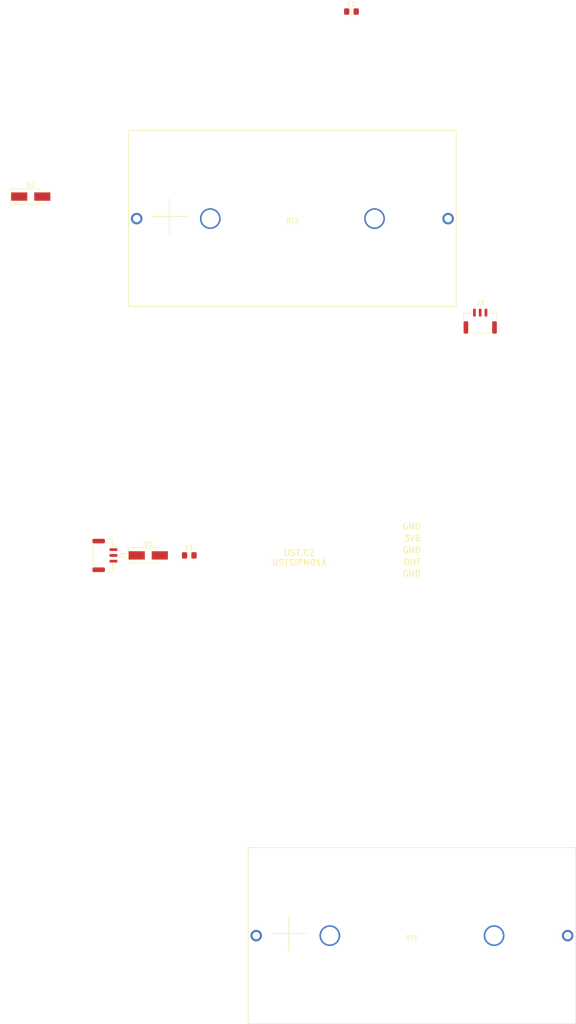
<source format=kicad_pcb>
(kicad_pcb (version 20211014) (generator pcbnew)
  (layers (0 "F.Cu" signal) (31 "B.Cu" signal) (34 "B.Paste" user) (35 "F.Paste" user) (36 "B.SilkS" user "B.Silkscreen") (37 "F.SilkS" user "F.Silkscreen") (38 "B.Mask" user) (39 "F.Mask" user) (44 "Edge.Cuts" user))
  (net 0 "")
  (net 1 "Net-(BT1-Pad1)")
  (net 2 "GND")
  (net 3 "Net-(D1-Pad1)")
  (net 4 "Net-(D1-Pad2)")
  (net 5 "Net-(BT2-Pad1)")
  (net 6 "Net-(D2-Pad2)")
  (footprint "Mlab_Batery:BX0037" (layer "F.Cu") (at 51.816 75.946)
    (fp_text reference "BT1" (at 0 0.5) (layer "F.SilkS"))
    (fp_text value "BX0037")
    (fp_text user "+" (at -26.67 -1.27) (layer "F.SilkS") (effects (font (size 10 10))))
    (fp_line (start 35.5 -19.05) (end 35.5 19.05) (layer "F.SilkS") (width 0.15))
    (fp_line (start -35.5 19.05) (end 35.5 19.05) (layer "F.SilkS") (width 0.15))
    (fp_line (start -35.5 -19.05) (end 35.5 -19.05) (layer "F.SilkS") (width 0.15))
    (fp_line (start -35.5 -19.05) (end -35.5 19.05) (layer "F.SilkS") (width 0.15))
    (pad "" np_thru_hole circle locked (at -17.8 0) (size 4.5 4.5) (drill 3.8) (layers *.Cu *.Mask))
    (pad "" np_thru_hole circle locked (at 17.8 0) (size 4.5 4.5) (drill 3.8) (layers *.Cu *.Mask))
    (pad "1" thru_hole circle locked (at -33.75 0) (size 2.5 2.5) (drill 1.6) (layers *.Cu *.Mask) (net 1 "Net-(BT1-Pad1)"))
    (pad "2" thru_hole circle locked (at 33.75 0) (size 2.5 2.5) (drill 1.6) (layers *.Cu *.Mask) (net 2 "GND"))
  )
  (footprint "Connector_JST:JST_GH_SM03B-GHS-TB_1x03-1MP_P1.25mm_Horizontal" (layer "F.Cu") (at 66.608 -57.048)
    (fp_text reference "J2" (at 0 -3.9) (layer "F.SilkS"))
    (fp_text value "SM03B-GHS-TB")
    (fp_line (start -3.61 -1.71) (end -1.81 -1.71) (layer "F.SilkS") (width 0.12))
    (fp_line (start 3.61 -1.71) (end 1.81 -1.71) (layer "F.SilkS") (width 0.12))
    (fp_line (start 3.61 -0.26) (end 3.61 -1.71) (layer "F.SilkS") (width 0.12))
    (fp_line (start -3.61 -0.26) (end -3.61 -1.71) (layer "F.SilkS") (width 0.12))
    (fp_line (start -1.81 -1.71) (end -1.81 -2.7) (layer "F.SilkS") (width 0.12))
    (fp_line (start -2.34 2.56) (end 2.34 2.56) (layer "F.SilkS") (width 0.12))
    (pad "1" smd roundrect (at -1.25 -1.85) (size 0.6 1.7) (layers "F.Cu" "F.Paste" "F.Mask") (net 2 "GND"))
    (pad "2" smd roundrect (at 0 -1.85) (size 0.6 1.7) (layers "F.Cu" "F.Paste" "F.Mask") (net 3 "Net-(D1-Pad1)"))
    (pad "3" smd roundrect (at 1.25 -1.85) (size 0.6 1.7) (layers "F.Cu" "F.Paste" "F.Mask") (net 2 "GND"))
    (pad "MP" smd roundrect (at 3.1 1.35) (size 1 2.7) (layers "F.Cu" "F.Paste" "F.Mask") (net 2 "GND"))
    (pad "MP" smd roundrect (at -3.1 1.35) (size 1 2.7) (layers "F.Cu" "F.Paste" "F.Mask") (net 2 "GND"))
  )
  (footprint "Diode_SMD:D_SMA_Handsoldering" (layer "F.Cu") (at -30.796 -84.018)
    (fp_text reference "D2" (at 0 -2.5) (layer "F.SilkS"))
    (fp_text value "LSM115JE3/TR13")
    (fp_line (start -4.4 -1.65) (end -4.4 1.65) (layer "F.SilkS") (width 0.12))
    (fp_line (start -4.4 -1.65) (end 2.5 -1.65) (layer "F.SilkS") (width 0.12))
    (fp_line (start -4.4 1.65) (end 2.5 1.65) (layer "F.SilkS") (width 0.12))
    (pad "1" smd rect (at -2.5 0) (size 3.5 1.8) (layers "F.Cu" "F.Paste" "F.Mask") (net 3 "Net-(D1-Pad1)"))
    (pad "2" smd rect (at 2.5 0) (size 3.5 1.8) (layers "F.Cu" "F.Paste" "F.Mask") (net 6 "Net-(D2-Pad2)"))
  )
  (footprint "Fuse:Fuse_0805_2012Metric_Pad1.15x1.40mm_HandSolder" (layer "F.Cu") (at 3.556 -6.35)
    (fp_text reference "F1" (at 0 -1.65) (layer "F.SilkS"))
    (fp_text value "SR010-15")
    (fp_line (start -0.261252 -0.71) (end 0.261252 -0.71) (layer "F.SilkS") (width 0.12))
    (fp_line (start -0.261252 0.71) (end 0.261252 0.71) (layer "F.SilkS") (width 0.12))
    (pad "1" smd roundrect (at -1.025 0) (size 1.15 1.4) (layers "F.Cu" "F.Paste" "F.Mask") (roundrect_rratio 0.217391) (net 4 "Net-(D1-Pad2)"))
    (pad "2" smd roundrect (at 1.025 0) (size 1.15 1.4) (layers "F.Cu" "F.Paste" "F.Mask") (roundrect_rratio 0.217391) (net 1 "Net-(BT1-Pad1)"))
  )
  (footprint "Mlab_Batery:BX0037" (layer "F.Cu") (at 25.908 -79.248)
    (fp_text reference "BT2" (at 0 0.5) (layer "F.SilkS"))
    (fp_text value "BX0037")
    (fp_text user "+" (at -26.67 -1.27) (layer "F.SilkS") (effects (font (size 10 10))))
    (fp_line (start 35.5 -19.05) (end 35.5 19.05) (layer "F.SilkS") (width 0.15))
    (fp_line (start -35.5 19.05) (end 35.5 19.05) (layer "F.SilkS") (width 0.15))
    (fp_line (start -35.5 -19.05) (end -35.5 19.05) (layer "F.SilkS") (width 0.15))
    (fp_line (start -35.5 -19.05) (end 35.5 -19.05) (layer "F.SilkS") (width 0.15))
    (pad "" np_thru_hole circle locked (at 17.8 0) (size 4.5 4.5) (drill 3.8) (layers *.Cu *.Mask))
    (pad "" np_thru_hole circle locked (at -17.8 0) (size 4.5 4.5) (drill 3.8) (layers *.Cu *.Mask))
    (pad "1" thru_hole circle locked (at -33.75 0) (size 2.5 2.5) (drill 1.6) (layers *.Cu *.Mask) (net 5 "Net-(BT2-Pad1)"))
    (pad "2" thru_hole circle locked (at 33.75 0) (size 2.5 2.5) (drill 1.6) (layers *.Cu *.Mask) (net 2 "GND"))
  )
  (footprint "Diode_SMD:D_SMA_Handsoldering" (layer "F.Cu") (at -5.334 -6.35)
    (fp_text reference "D1" (at 0 -2.5) (layer "F.SilkS"))
    (fp_text value "LSM115JE3/TR13")
    (fp_line (start -4.4 1.65) (end 2.5 1.65) (layer "F.SilkS") (width 0.12))
    (fp_line (start -4.4 -1.65) (end -4.4 1.65) (layer "F.SilkS") (width 0.12))
    (fp_line (start -4.4 -1.65) (end 2.5 -1.65) (layer "F.SilkS") (width 0.12))
    (pad "1" smd rect (at -2.5 0) (size 3.5 1.8) (layers "F.Cu" "F.Paste" "F.Mask") (net 3 "Net-(D1-Pad1)"))
    (pad "2" smd rect (at 2.5 0) (size 3.5 1.8) (layers "F.Cu" "F.Paste" "F.Mask") (net 4 "Net-(D1-Pad2)"))
  )
  (footprint "Fuse:Fuse_0805_2012Metric_Pad1.15x1.40mm_HandSolder" (layer "F.Cu") (at 38.704 -124.068)
    (fp_text reference "F2" (at 0 -1.65) (layer "F.SilkS"))
    (fp_text value "SR010-15")
    (fp_line (start -0.261252 -0.71) (end 0.261252 -0.71) (layer "F.SilkS") (width 0.12))
    (fp_line (start -0.261252 0.71) (end 0.261252 0.71) (layer "F.SilkS") (width 0.12))
    (pad "1" smd roundrect (at -1.025 0) (size 1.15 1.4) (layers "F.Cu" "F.Paste" "F.Mask") (roundrect_rratio 0.217391) (net 6 "Net-(D2-Pad2)"))
    (pad "2" smd roundrect (at 1.025 0) (size 1.15 1.4) (layers "F.Cu" "F.Paste" "F.Mask") (roundrect_rratio 0.217391) (net 5 "Net-(BT2-Pad1)"))
  )
  (footprint "Connector_JST:JST_GH_SM03B-GHS-TB_1x03-1MP_P1.25mm_Horizontal" (layer "F.Cu") (at -14.732 -6.35 -90)
    (fp_text reference "J1" (at 0 -3.9 90) (layer "F.SilkS"))
    (fp_text value "SM03B-GHS-TB")
    (fp_line (start -3.61 -0.26) (end -3.61 -1.71) (layer "F.SilkS") (width 0.12))
    (fp_line (start 3.61 -1.71) (end 1.81 -1.71) (layer "F.SilkS") (width 0.12))
    (fp_line (start -2.34 2.56) (end 2.34 2.56) (layer "F.SilkS") (width 0.12))
    (fp_line (start -1.81 -1.71) (end -1.81 -2.7) (layer "F.SilkS") (width 0.12))
    (fp_line (start 3.61 -0.26) (end 3.61 -1.71) (layer "F.SilkS") (width 0.12))
    (fp_line (start -3.61 -1.71) (end -1.81 -1.71) (layer "F.SilkS") (width 0.12))
    (pad "1" smd roundrect (at -1.25 -1.85 270) (size 0.6 1.7) (layers "F.Cu" "F.Paste" "F.Mask") (net 2 "GND"))
    (pad "2" smd roundrect (at 0 -1.85 270) (size 0.6 1.7) (layers "F.Cu" "F.Paste" "F.Mask") (net 3 "Net-(D1-Pad1)"))
    (pad "3" smd roundrect (at 1.25 -1.85 270) (size 0.6 1.7) (layers "F.Cu" "F.Paste" "F.Mask") (net 2 "GND"))
    (pad "MP" smd roundrect (at -3.1 1.35 270) (size 1 2.7) (layers "F.Cu" "F.Paste" "F.Mask") (net 2 "GND"))
    (pad "MP" smd roundrect (at 3.1 1.35 270) (size 1 2.7) (layers "F.Cu" "F.Paste" "F.Mask") (net 2 "GND"))
  )
  (gr_text "GND" (at 53.848 -2.42) (layer "F.SilkS") (effects (font (size 1.3 1.3) (thickness 0.2)) (justify right)))
  (gr_text "UST.CZ\nUSTSIPM01A" (at 27.432 -5.842) (layer "F.SilkS") (effects (font (size 1.3 1.3) (thickness 0.2))))
  (gr_text "OUT" (at 53.848 -4.96) (layer "F.SilkS") (effects (font (size 1.3 1.3) (thickness 0.2)) (justify right)))
  (gr_text "GND" (at 53.848 -12.58) (layer "F.SilkS") (effects (font (size 1.3 1.3) (thickness 0.2)) (justify right)))
  (gr_text "3V6" (at 53.848 -10.04) (layer "F.SilkS") (effects (font (size 1.3 1.3) (thickness 0.2)) (justify right)))
  (gr_text "GND" (at 53.848 -7.5) (layer "F.SilkS") (effects (font (size 1.3 1.3) (thickness 0.2)) (justify right)))
)
</source>
